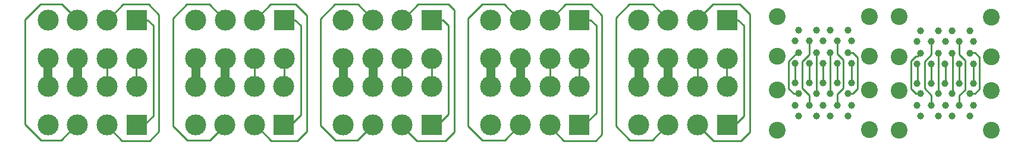
<source format=gbr>
G04 #@! TF.FileFunction,Copper,L2,Bot,Signal*
%FSLAX46Y46*%
G04 Gerber Fmt 4.6, Leading zero omitted, Abs format (unit mm)*
G04 Created by KiCad (PCBNEW 4.0.7) date 04/09/18 21:47:58*
%MOMM*%
%LPD*%
G01*
G04 APERTURE LIST*
%ADD10C,0.100000*%
%ADD11C,2.400000*%
%ADD12C,1.000000*%
%ADD13R,3.000000X3.000000*%
%ADD14C,3.000000*%
%ADD15C,0.250000*%
%ADD16C,1.250000*%
G04 APERTURE END LIST*
D10*
D11*
X202387200Y-110985300D03*
X202387200Y-105305300D03*
X215527200Y-105305300D03*
X215527200Y-110975300D03*
D12*
X212457200Y-108985300D03*
X205457200Y-108985300D03*
X207957200Y-108985300D03*
X209957200Y-108985300D03*
X212957200Y-107485300D03*
X210957200Y-107485300D03*
X208967200Y-107485300D03*
X206957200Y-107485300D03*
X204957200Y-107485300D03*
X205457200Y-105785300D03*
X207957200Y-105785300D03*
X209957200Y-105785300D03*
X212457200Y-105785300D03*
X212957200Y-104285300D03*
X210957200Y-104285300D03*
X208957200Y-104285300D03*
X206957200Y-104285300D03*
X204957200Y-104285300D03*
D11*
X202387200Y-94792800D03*
X202387200Y-100472800D03*
X215527200Y-100472800D03*
X215527200Y-94802800D03*
D12*
X212457200Y-96792800D03*
X205457200Y-96792800D03*
X207957200Y-96792800D03*
X209957200Y-96792800D03*
X212957200Y-98292800D03*
X210957200Y-98292800D03*
X208967200Y-98292800D03*
X206957200Y-98292800D03*
X204957200Y-98292800D03*
X205457200Y-99992800D03*
X207957200Y-99992800D03*
X209957200Y-99992800D03*
X212457200Y-99992800D03*
X212957200Y-101492800D03*
X210957200Y-101492800D03*
X208957200Y-101492800D03*
X206957200Y-101492800D03*
X204957200Y-101492800D03*
D11*
X185020700Y-110976800D03*
X185020700Y-105296800D03*
X198160700Y-105296800D03*
X198160700Y-110966800D03*
D12*
X195090700Y-108976800D03*
X188090700Y-108976800D03*
X190590700Y-108976800D03*
X192590700Y-108976800D03*
X195590700Y-107476800D03*
X193590700Y-107476800D03*
X191600700Y-107476800D03*
X189590700Y-107476800D03*
X187590700Y-107476800D03*
X188090700Y-105776800D03*
X190590700Y-105776800D03*
X192590700Y-105776800D03*
X195090700Y-105776800D03*
X195590700Y-104276800D03*
X193590700Y-104276800D03*
X191590700Y-104276800D03*
X189590700Y-104276800D03*
X187590700Y-104276800D03*
D11*
X185020700Y-94737800D03*
X185020700Y-100417800D03*
X198160700Y-100417800D03*
X198160700Y-94747800D03*
D12*
X195090700Y-96737800D03*
X188090700Y-96737800D03*
X190590700Y-96737800D03*
X192590700Y-96737800D03*
X195590700Y-98237800D03*
X193590700Y-98237800D03*
X191600700Y-98237800D03*
X189590700Y-98237800D03*
X187590700Y-98237800D03*
X188090700Y-99937800D03*
X190590700Y-99937800D03*
X192590700Y-99937800D03*
X195090700Y-99937800D03*
X195590700Y-101437800D03*
X193590700Y-101437800D03*
X191590700Y-101437800D03*
X189590700Y-101437800D03*
X187590700Y-101437800D03*
D13*
X93827600Y-110286800D03*
D14*
X89627600Y-110286800D03*
X85427600Y-110286800D03*
X81227600Y-110286800D03*
X93827600Y-104786800D03*
X89627600Y-104786800D03*
X85427600Y-104786800D03*
X81227600Y-104786800D03*
D13*
X93827600Y-95250000D03*
D14*
X89627600Y-95250000D03*
X85427600Y-95250000D03*
X81227600Y-95250000D03*
X93827600Y-100750000D03*
X89627600Y-100750000D03*
X85427600Y-100750000D03*
X81227600Y-100750000D03*
D13*
X114808000Y-110286800D03*
D14*
X110608000Y-110286800D03*
X106408000Y-110286800D03*
X102208000Y-110286800D03*
X114808000Y-104786800D03*
X110608000Y-104786800D03*
X106408000Y-104786800D03*
X102208000Y-104786800D03*
D13*
X114858800Y-95250000D03*
D14*
X110658800Y-95250000D03*
X106458800Y-95250000D03*
X102258800Y-95250000D03*
X114858800Y-100750000D03*
X110658800Y-100750000D03*
X106458800Y-100750000D03*
X102258800Y-100750000D03*
D13*
X135839200Y-110286800D03*
D14*
X131639200Y-110286800D03*
X127439200Y-110286800D03*
X123239200Y-110286800D03*
X135839200Y-104786800D03*
X131639200Y-104786800D03*
X127439200Y-104786800D03*
X123239200Y-104786800D03*
D13*
X135839200Y-95250000D03*
D14*
X131639200Y-95250000D03*
X127439200Y-95250000D03*
X123239200Y-95250000D03*
X135839200Y-100750000D03*
X131639200Y-100750000D03*
X127439200Y-100750000D03*
X123239200Y-100750000D03*
D13*
X156870400Y-110286800D03*
D14*
X152670400Y-110286800D03*
X148470400Y-110286800D03*
X144270400Y-110286800D03*
X156870400Y-104786800D03*
X152670400Y-104786800D03*
X148470400Y-104786800D03*
X144270400Y-104786800D03*
D13*
X156870400Y-95250000D03*
D14*
X152670400Y-95250000D03*
X148470400Y-95250000D03*
X144270400Y-95250000D03*
X156870400Y-100750000D03*
X152670400Y-100750000D03*
X148470400Y-100750000D03*
X144270400Y-100750000D03*
D13*
X177901600Y-110286800D03*
D14*
X173701600Y-110286800D03*
X169501600Y-110286800D03*
X165301600Y-110286800D03*
X177901600Y-104786800D03*
X173701600Y-104786800D03*
X169501600Y-104786800D03*
X165301600Y-104786800D03*
D13*
X177901600Y-95250000D03*
D14*
X173701600Y-95250000D03*
X169501600Y-95250000D03*
X165301600Y-95250000D03*
X177901600Y-100750000D03*
X173701600Y-100750000D03*
X169501600Y-100750000D03*
X165301600Y-100750000D03*
D15*
X93789500Y-110286800D02*
X94870549Y-110286800D01*
X94870549Y-110286800D02*
X96202500Y-108954849D01*
X96202500Y-108954849D02*
X96202500Y-96062800D01*
X96202500Y-96062800D02*
X95377000Y-95237300D01*
X95377000Y-95237300D02*
X93789500Y-95237300D01*
X89589500Y-110286800D02*
X89589500Y-110352953D01*
X89589500Y-110352953D02*
X91745847Y-112509300D01*
X91745847Y-112509300D02*
X95683938Y-112509300D01*
X97028000Y-94530115D02*
X95512685Y-93014800D01*
X95512685Y-93014800D02*
X91900058Y-93014800D01*
X89677558Y-95237300D02*
X89589500Y-95237300D01*
X95683938Y-112509300D02*
X97028000Y-111165238D01*
X97028000Y-111165238D02*
X97028000Y-94530115D01*
X91900058Y-93014800D02*
X89677558Y-95237300D01*
X85389500Y-110286800D02*
X85241089Y-110286800D01*
X80118106Y-93014800D02*
X83200795Y-93014800D01*
X85241089Y-110286800D02*
X83082089Y-112445800D01*
X83082089Y-112445800D02*
X80250329Y-112445800D01*
X83200795Y-93014800D02*
X85389500Y-95203505D01*
X80250329Y-112445800D02*
X77978000Y-110173471D01*
X77978000Y-110173471D02*
X77978000Y-95154906D01*
X77978000Y-95154906D02*
X80118106Y-93014800D01*
X85389500Y-95203505D02*
X85389500Y-95237300D01*
X93789500Y-100737300D02*
X93789500Y-104786800D01*
X89589500Y-100737300D02*
X89589500Y-104786800D01*
D16*
X85389500Y-100737300D02*
X85389500Y-104786800D01*
X81189500Y-100737300D02*
X81189500Y-104786800D01*
D15*
X114820700Y-110286800D02*
X115793459Y-110286800D01*
X115793459Y-110286800D02*
X117233700Y-108846559D01*
X117233700Y-108846559D02*
X117233700Y-96062800D01*
X117233700Y-96062800D02*
X116408200Y-95237300D01*
X116408200Y-95237300D02*
X114820700Y-95237300D01*
X110620700Y-110286800D02*
X110764374Y-110286800D01*
X116501012Y-93014800D02*
X112908242Y-93014800D01*
X110764374Y-110286800D02*
X112986874Y-112509300D01*
X116738524Y-112509300D02*
X118059200Y-111188624D01*
X112986874Y-112509300D02*
X116738524Y-112509300D01*
X118059200Y-111188624D02*
X118059200Y-94572988D01*
X118059200Y-94572988D02*
X116501012Y-93014800D01*
X112908242Y-93014800D02*
X110685742Y-95237300D01*
X110685742Y-95237300D02*
X110620700Y-95237300D01*
X106420700Y-110286800D02*
X106420700Y-110333128D01*
X106420700Y-110333128D02*
X104308028Y-112445800D01*
X100995696Y-93014800D02*
X104193751Y-93014800D01*
X104308028Y-112445800D02*
X101008733Y-112445800D01*
X101008733Y-112445800D02*
X99009200Y-110446267D01*
X99009200Y-110446267D02*
X99009200Y-95001296D01*
X99009200Y-95001296D02*
X100995696Y-93014800D01*
X104193751Y-93014800D02*
X106416251Y-95237300D01*
X106416251Y-95237300D02*
X106420700Y-95237300D01*
X114820700Y-100737300D02*
X114820700Y-104786800D01*
X110620700Y-100737300D02*
X110620700Y-104786800D01*
D16*
X106420700Y-100737300D02*
X106420700Y-104786800D01*
X102220700Y-100737300D02*
X102220700Y-104786800D01*
D15*
X177876200Y-110286800D02*
X179023298Y-110286800D01*
X179023298Y-110286800D02*
X180289200Y-109020898D01*
X180289200Y-109020898D02*
X180289200Y-96062800D01*
X180289200Y-96062800D02*
X179463700Y-95237300D01*
X179463700Y-95237300D02*
X177876200Y-95237300D01*
X173676200Y-110286800D02*
X173732640Y-110286800D01*
X173732640Y-110286800D02*
X175955140Y-112509300D01*
X181114700Y-94392275D02*
X179737225Y-93014800D01*
X173676200Y-95197467D02*
X173676200Y-95237300D01*
X175955140Y-112509300D02*
X179854076Y-112509300D01*
X179854076Y-112509300D02*
X181114700Y-111248676D01*
X181114700Y-111248676D02*
X181114700Y-94392275D01*
X179737225Y-93014800D02*
X175858867Y-93014800D01*
X175858867Y-93014800D02*
X173676200Y-95197467D01*
X169476200Y-110286800D02*
X169381367Y-110286800D01*
X169381367Y-110286800D02*
X167222367Y-112445800D01*
X167222367Y-112445800D02*
X164064205Y-112445800D01*
X164064205Y-112445800D02*
X162064700Y-110446295D01*
X162064700Y-110446295D02*
X162064700Y-94916735D01*
X162064700Y-94916735D02*
X163966635Y-93014800D01*
X167320855Y-93014800D02*
X169476200Y-95170145D01*
X163966635Y-93014800D02*
X167320855Y-93014800D01*
X169476200Y-95170145D02*
X169476200Y-95237300D01*
X177876200Y-100737300D02*
X177876200Y-104786800D01*
X173676200Y-100737300D02*
X173676200Y-104786800D01*
D16*
X169476200Y-100737300D02*
X169476200Y-104786800D01*
X165276200Y-100737300D02*
X165276200Y-104786800D01*
D15*
X210989700Y-106769694D02*
X210989700Y-107476800D01*
X210989700Y-106055798D02*
X210989700Y-106769694D01*
X211814701Y-105230797D02*
X210989700Y-106055798D01*
X211814701Y-101041799D02*
X211814701Y-105230797D01*
X210989700Y-100216798D02*
X211814701Y-101041799D01*
X210989700Y-98237800D02*
X210989700Y-100216798D01*
X206989700Y-98237800D02*
X206989700Y-100216798D01*
X206989700Y-100216798D02*
X205996077Y-101210421D01*
X205996077Y-101210421D02*
X205996077Y-105004179D01*
X206989700Y-105997802D02*
X206989700Y-106769694D01*
X205996077Y-105004179D02*
X206989700Y-105997802D01*
X206989700Y-106769694D02*
X206989700Y-107476800D01*
X205489700Y-99937800D02*
X204989701Y-100437799D01*
X204063888Y-105058094D02*
X204782594Y-105776800D01*
X204989701Y-100437799D02*
X204768699Y-100437799D01*
X204768699Y-100437799D02*
X204063888Y-101142610D01*
X204063888Y-101142610D02*
X204063888Y-105058094D01*
X204782594Y-105776800D02*
X205489700Y-105776800D01*
X207989700Y-99937800D02*
X207989700Y-105776800D01*
X209989700Y-99937800D02*
X210008770Y-99956870D01*
X210008770Y-105757730D02*
X209989700Y-105776800D01*
X210008770Y-99956870D02*
X210008770Y-105757730D01*
X212489700Y-99937800D02*
X213196806Y-99937800D01*
X213196806Y-99937800D02*
X213848778Y-100589772D01*
X213848778Y-100589772D02*
X213848778Y-105124828D01*
X213848778Y-105124828D02*
X213196806Y-105776800D01*
X213196806Y-105776800D02*
X212489700Y-105776800D01*
X212989700Y-101437800D02*
X212989700Y-104276800D01*
X210989700Y-101437800D02*
X210989700Y-104276800D01*
X208989700Y-101437800D02*
X208989700Y-104276800D01*
X206989700Y-101437800D02*
X206989700Y-104276800D01*
X204989700Y-101437800D02*
X204989700Y-104276800D01*
X193590700Y-98237800D02*
X193590700Y-100073542D01*
X193590700Y-100073542D02*
X194470519Y-100953361D01*
X194470519Y-100953361D02*
X194470519Y-104961419D01*
X194470519Y-104961419D02*
X193590700Y-105841238D01*
X193590700Y-105841238D02*
X193590700Y-106769694D01*
X193590700Y-106769694D02*
X193590700Y-107476800D01*
X189590700Y-98237800D02*
X189590700Y-100216798D01*
X188629510Y-105036612D02*
X189590700Y-105997802D01*
X189590700Y-100216798D02*
X188629510Y-101177988D01*
X188629510Y-101177988D02*
X188629510Y-105036612D01*
X189590700Y-105997802D02*
X189590700Y-106769694D01*
X189590700Y-106769694D02*
X189590700Y-107476800D01*
X188090700Y-99937800D02*
X187869698Y-99937800D01*
X187383594Y-105776800D02*
X188090700Y-105776800D01*
X187869698Y-99937800D02*
X186649920Y-101157578D01*
X186649920Y-101157578D02*
X186649920Y-105043126D01*
X186649920Y-105043126D02*
X187383594Y-105776800D01*
X190590700Y-99937800D02*
X190590700Y-105776800D01*
X192590700Y-99937800D02*
X192590700Y-105776800D01*
X195090700Y-99937800D02*
X195797806Y-99937800D01*
X195797806Y-99937800D02*
X196474548Y-100614542D01*
X196474548Y-100614542D02*
X196474548Y-105100058D01*
X196474548Y-105100058D02*
X195797806Y-105776800D01*
X195797806Y-105776800D02*
X195090700Y-105776800D01*
X195590700Y-101437800D02*
X195590700Y-104276800D01*
X193590700Y-101437800D02*
X193590700Y-104276800D01*
X191590700Y-101437800D02*
X191590700Y-104276800D01*
X189590700Y-101437800D02*
X189590700Y-104276800D01*
X187590700Y-101437800D02*
X187590700Y-104276800D01*
X135839200Y-110286800D02*
X136730639Y-110286800D01*
X136730639Y-110286800D02*
X138252200Y-108765239D01*
X138252200Y-108765239D02*
X138252200Y-96062800D01*
X138252200Y-96062800D02*
X137426700Y-95237300D01*
X137426700Y-95237300D02*
X135839200Y-95237300D01*
X131639200Y-110286800D02*
X131639200Y-110395918D01*
X131639200Y-110395918D02*
X133752582Y-112509300D01*
X133752582Y-112509300D02*
X137795085Y-112509300D01*
X137795085Y-112509300D02*
X139077700Y-111226685D01*
X131679527Y-95237300D02*
X131639200Y-95237300D01*
X139077700Y-111226685D02*
X139077700Y-93840300D01*
X139077700Y-93840300D02*
X138252200Y-93014800D01*
X138252200Y-93014800D02*
X133902027Y-93014800D01*
X133902027Y-93014800D02*
X131679527Y-95237300D01*
X127439200Y-110286800D02*
X127438617Y-110286800D01*
X127438617Y-110286800D02*
X125279617Y-112445800D01*
X125279617Y-112445800D02*
X122105575Y-112445800D01*
X122105575Y-112445800D02*
X120027700Y-110367925D01*
X122068569Y-93014800D02*
X125314739Y-93014800D01*
X120027700Y-110367925D02*
X120027700Y-95055669D01*
X120027700Y-95055669D02*
X122068569Y-93014800D01*
X125314739Y-93014800D02*
X127439200Y-95139261D01*
X127439200Y-95139261D02*
X127439200Y-95237300D01*
X135839200Y-100737300D02*
X135839200Y-104786800D01*
X131639200Y-100737300D02*
X131639200Y-104786800D01*
D16*
X127439200Y-100737300D02*
X127439200Y-104786800D01*
X123239200Y-100737300D02*
X123239200Y-104786800D01*
D15*
X156857700Y-110286800D02*
X157512151Y-110286800D01*
X157512151Y-110286800D02*
X159270700Y-108528251D01*
X159270700Y-108528251D02*
X159270700Y-96062800D01*
X159270700Y-96062800D02*
X158445200Y-95237300D01*
X158445200Y-95237300D02*
X156857700Y-95237300D01*
X152657700Y-110286800D02*
X152657700Y-110488582D01*
X152657700Y-110488582D02*
X154678418Y-112509300D01*
X160096200Y-111620300D02*
X160096200Y-94595291D01*
X158515709Y-93014800D02*
X154903672Y-93014800D01*
X154678418Y-112509300D02*
X159207200Y-112509300D01*
X159207200Y-112509300D02*
X160096200Y-111620300D01*
X160096200Y-94595291D02*
X158515709Y-93014800D01*
X154903672Y-93014800D02*
X152681172Y-95237300D01*
X152681172Y-95237300D02*
X152657700Y-95237300D01*
X148457700Y-110286800D02*
X148390646Y-110286800D01*
X148390646Y-110286800D02*
X146231646Y-112445800D01*
X146231646Y-112445800D02*
X143058710Y-112445800D01*
X143058710Y-112445800D02*
X141046200Y-110433290D01*
X143015513Y-93014800D02*
X146162516Y-93014800D01*
X141046200Y-110433290D02*
X141046200Y-94984113D01*
X146162516Y-93014800D02*
X148385016Y-95237300D01*
X141046200Y-94984113D02*
X143015513Y-93014800D01*
X148385016Y-95237300D02*
X148457700Y-95237300D01*
X144257700Y-110286800D02*
X142951200Y-110286800D01*
X156857700Y-100737300D02*
X156857700Y-104786800D01*
X152657700Y-100737300D02*
X152657700Y-104786800D01*
D16*
X148457700Y-100737300D02*
X148457700Y-104786800D01*
X144257700Y-100737300D02*
X144257700Y-104786800D01*
M02*

</source>
